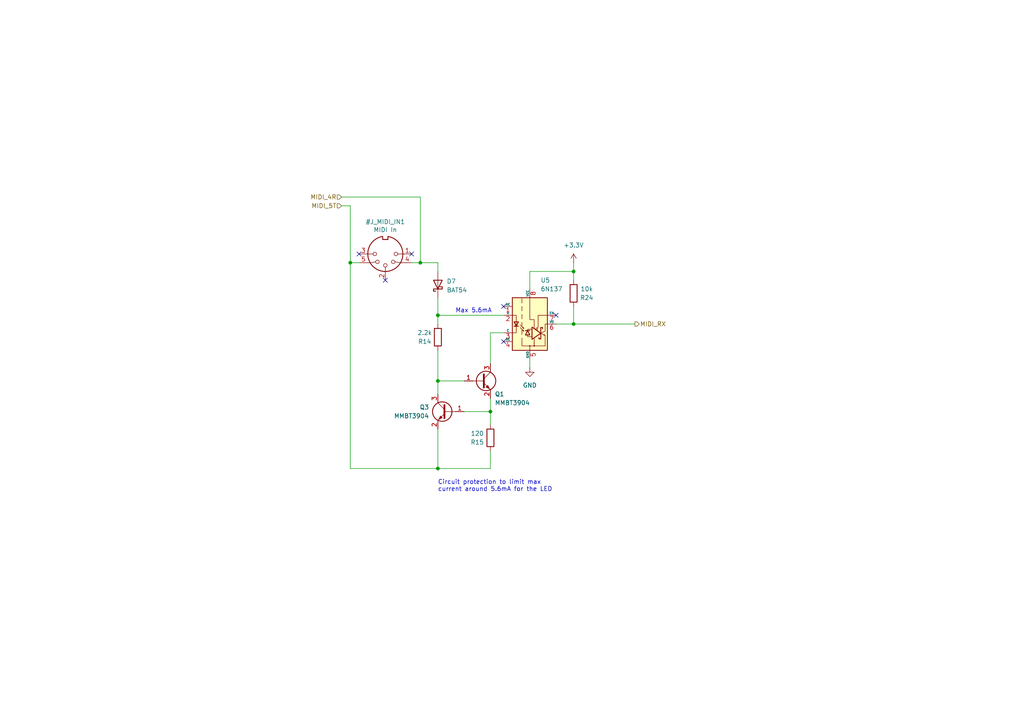
<source format=kicad_sch>
(kicad_sch (version 20250114) (generator "eeschema") (generator_version "9.0")
  (paper "A4")
  (lib_symbols
    (symbol "Connector:DIN-5_180degree" (pin_names (offset 1.016))
      (property "Reference" "J" (at 3.175 5.715 0))
      (property "Value" "DIN-5_180degree" (at 0 -6.35 0))
      (symbol "DIN-5_180degree_0_1"
        (polyline (pts (xy -5.08 2.54) (xy -4.318 2.54) (xy -2.794 2.286)))
        (polyline (pts (xy -5.08 0) (xy -3.556 0)))
        (circle (center -3.048 0) (radius 0.508))
        (circle (center -2.286 2.286) (radius 0.508))
        (polyline (pts (xy -0.762 -4.953) (xy -0.762 -4.191) (xy 0.762 -4.191) (xy 0.762 -4.953)) (stroke (width 0.254)))
        (arc (start 5.08 0) (mid 3.8673 -3.3444) (end 0.762 -5.08) (stroke (width 0.254)))
        (polyline (pts (xy 0 5.08) (xy 0 3.81)))
        (circle (center 0 3.302) (radius 0.508))
        (arc (start -5.08 0) (mid 0 5.0579) (end 5.08 0) (stroke (width 0.254)))
        (arc (start -0.762 -5.08) (mid -3.8597 -3.3379) (end -5.08 0) (stroke (width 0.254)))
        (circle (center 2.286 2.286) (radius 0.508))
        (circle (center 3.048 0) (radius 0.508))
        (polyline (pts (xy 5.08 2.54) (xy 4.318 2.54) (xy 2.794 2.286)))
        (polyline (pts (xy 5.08 0) (xy 3.556 0)))
      )
      (symbol "DIN-5_180degree_1_1"
        (pin passive line (at -7.62 2.54 0) (length 2.54) (name "~") (number "4"))
        (pin passive line (at -7.62 0 0) (length 2.54) (name "~") (number "1"))
        (pin passive line (at 0 7.62 270) (length 2.54) (name "~") (number "2"))
        (pin passive line (at 7.62 2.54 180) (length 2.54) (name "~") (number "5"))
        (pin passive line (at 7.62 0 180) (length 2.54) (name "~") (number "3"))
      )
    )
    (symbol "Device:R" (pin_numbers (hide yes)) (pin_names (offset 0))
      (property "Reference" "R" (at 2.032 0 90))
      (property "Value" "R" (at 0 0 90))
      (symbol "R_0_1"
        (rectangle (start -1.016 -2.54) (end 1.016 2.54) (stroke (width 0.254)))
      )
      (symbol "R_1_1"
        (pin passive line (at 0 3.81 270) (length 1.27) (name "~") (number "1"))
        (pin passive line (at 0 -3.81 90) (length 1.27) (name "~") (number "2"))
      )
    )
    (symbol "Diode:BAT54J" (pin_numbers (hide yes)) (pin_names (offset 1.016) (hide yes))
      (property "Reference" "D" (at 0 2.54 0))
      (property "Value" "BAT54J" (at 0 -2.54 0))
      (symbol "BAT54J_0_1"
        (polyline (pts (xy -1.905 0.635) (xy -1.905 1.27) (xy -1.27 1.27) (xy -1.27 -1.27) (xy -0.635 -1.27) (xy -0.635 -0.635)) (stroke (width 0.254)))
        (polyline (pts (xy 1.27 1.27) (xy 1.27 -1.27) (xy -1.27 0) (xy 1.27 1.27)) (stroke (width 0.254)))
        (polyline (pts (xy 1.27 0) (xy -1.27 0)))
      )
      (symbol "BAT54J_1_1"
        (pin passive line (at -3.81 0 0) (length 2.54) (name "K") (number "1"))
        (pin passive line (at 3.81 0 180) (length 2.54) (name "A") (number "2"))
      )
    )
    (symbol "Isolator:6N137" (pin_names (offset 0))
      (property "Reference" "U" (at -4.064 8.89 0))
      (property "Value" "6N137" (at 0 -8.89 0))
      (symbol "6N137_0_1"
        (polyline (pts (xy -5.08 -2.54) (xy -3.937 -2.54) (xy -3.937 2.54) (xy -5.08 2.54)))
        (polyline (pts (xy -2.794 -0.254) (xy -1.717 -1.331) (xy -2.076 -1.152) (xy -1.896 -0.972) (xy -1.717 -1.331)))
        (polyline (pts (xy -2.794 -1.016) (xy -1.717 -2.093) (xy -2.076 -1.914) (xy -1.896 -1.734) (xy -1.717 -2.093)))
        (polyline (pts (xy 0 -6.35) (xy -2.286 -6.35) (xy -2.286 -4.064)))
        (polyline (pts (xy 1.27 -5.08) (xy 1.27 -6.35) (xy 0 -6.35) (xy 0 -7.62)))
        (polyline (pts (xy 3.175 -2.667) (xy 0.635 -4.445) (xy 0.635 -0.889) (xy 3.175 -2.667)) (stroke (width 0.254)))
      )
      (symbol "6N137_1_1"
        (rectangle (start -5.08 7.62) (end 5.08 -7.62) (stroke (width 0.254)) (fill (type background)))
        (polyline (pts (xy -4.572 -0.635) (xy -3.302 -0.635)) (stroke (width 0.254)))
        (polyline (pts (xy -3.937 -0.635) (xy -4.572 0.635) (xy -3.302 0.635) (xy -3.937 -0.635)) (stroke (width 0.254)))
        (polyline (pts (xy -2.286 7.366) (xy -2.286 6.096)))
        (polyline (pts (xy -2.286 5.08) (xy -2.286 3.81)))
        (polyline (pts (xy -2.286 2.794) (xy -2.286 1.524)))
        (polyline (pts (xy -2.286 0.508) (xy -2.286 -0.762)))
        (polyline (pts (xy -2.286 -1.778) (xy -2.286 -3.048)))
        (polyline (pts (xy -1.27 -1.905) (xy 0 -1.905)) (stroke (width 0.254)))
        (polyline (pts (xy -0.635 -1.905) (xy -0.635 -1.524) (xy 0.508 -1.524)))
        (polyline (pts (xy -0.635 -1.905) (xy -1.27 -3.175) (xy 0 -3.175) (xy -0.635 -1.905)) (stroke (width 0.254)))
        (polyline (pts (xy -0.635 -3.302) (xy -0.635 -3.683) (xy 0.635 -3.683)))
        (circle (center 0 -6.35) (radius 0.127) (fill (type outline)))
        (polyline (pts (xy 1.27 -1.27) (xy 1.27 1.27) (xy 0 1.27) (xy 0 7.62)))
        (polyline (pts (xy 1.27 -4.064) (xy 1.27 -6.35) (xy 4.445 -6.35)))
        (circle (center 1.27 -6.35) (radius 0.127) (fill (type outline)))
        (circle (center 2.032 -1.397) (radius 0.254))
        (polyline (pts (xy 2.1844 -1.1684) (xy 2.413 -0.889) (xy 2.413 2.54) (xy 5.08 2.54)))
        (polyline (pts (xy 3.175 -2.667) (xy 4.445 -3.302) (xy 4.445 -6.35)))
        (polyline (pts (xy 3.175 -2.667) (xy 3.175 -1.016) (xy 3.683 -1.016) (xy 3.683 -1.397)) (stroke (width 0.254)))
        (polyline (pts (xy 3.175 -2.667) (xy 3.175 -4.318) (xy 2.667 -4.318) (xy 2.667 -3.937)) (stroke (width 0.254)))
        (polyline (pts (xy 3.175 -2.667) (xy 4.445 -2.032) (xy 4.445 0) (xy 5.08 0)))
        (polyline (pts (xy 4.445 -3.302) (xy 4.161 -3.018) (xy 4.047 -3.246) (xy 4.445 -3.302)) (stroke (width 0.127)) (fill (type outline)))
        (pin passive line (at -7.62 5.08 0) (length 2.54) (name "NC") (number "1"))
        (pin passive line (at -7.62 2.54 0) (length 2.54) (name "A") (number "2"))
        (pin passive line (at -7.62 -2.54 0) (length 2.54) (name "C") (number "3"))
        (pin passive line (at -7.62 -5.08 0) (length 2.54) (name "NC") (number "4"))
        (pin power_in line (at 0 10.16 270) (length 2.54) (name "VCC") (number "8"))
        (pin power_in line (at 0 -10.16 90) (length 2.54) (name "GND") (number "5"))
        (pin input line (at 7.62 2.54 180) (length 2.54) (name "EN") (number "7"))
        (pin open_collector line (at 7.62 0 180) (length 2.54) (name "VO") (number "6"))
      )
    )
    (symbol "Transistor_BJT:MMBT3904" (pin_names (offset 0) (hide yes))
      (property "Reference" "Q" (at 5.08 1.905 0))
      (property "Value" "MMBT3904" (at 5.08 0 0))
      (symbol "MMBT3904_0_1"
        (polyline (pts (xy -2.54 0) (xy 0.635 0)))
        (polyline (pts (xy 0.635 1.905) (xy 0.635 -1.905)) (stroke (width 0.508)))
        (circle (center 1.27 0) (radius 2.8194) (stroke (width 0.254)))
      )
      (symbol "MMBT3904_1_1"
        (polyline (pts (xy 0.635 0.635) (xy 2.54 2.54)))
        (polyline (pts (xy 0.635 -0.635) (xy 2.54 -2.54)))
        (polyline (pts (xy 1.27 -1.778) (xy 1.778 -1.27) (xy 2.286 -2.286) (xy 1.27 -1.778)) (fill (type outline)))
        (pin input line (at -5.08 0 0) (length 2.54) (name "B") (number "1"))
        (pin passive line (at 2.54 5.08 270) (length 2.54) (name "C") (number "3"))
        (pin passive line (at 2.54 -5.08 90) (length 2.54) (name "E") (number "2"))
      )
    )
    (symbol "power:+3.3V" (power) (pin_numbers (hide yes)) (pin_names (offset 0) (hide yes))
      (property "Value" "+3.3V" (at 0 3.556 0))
      (symbol "+3.3V_0_1"
        (polyline (pts (xy -0.762 1.27) (xy 0 2.54)))
        (polyline (pts (xy 0 2.54) (xy 0.762 1.27)))
        (polyline (pts (xy 0 0) (xy 0 2.54)))
      )
      (symbol "+3.3V_1_1"
        (pin power_in line (at 0 0 90) (length 0) (name "~") (number "1"))
      )
    )
    (symbol "power:GND" (power) (pin_numbers (hide yes)) (pin_names (offset 0) (hide yes))
      (property "Value" "GND" (at 0 -3.81 0))
      (symbol "GND_0_1"
        (polyline (pts (xy 0 0) (xy 0 -1.27) (xy 1.27 -1.27) (xy 0 -2.54) (xy -1.27 -1.27) (xy 0 -1.27)))
      )
      (symbol "GND_1_1"
        (pin power_in line (at 0 0 270) (length 0) (name "~") (number "1"))
      )
    )
  )
  (text "Max 5.6mA" (at 132.08 90.17 0) (effects (font (size 1.27 1.27)) (justify left)))
  (text "Circuit protection to limit max \ncurrent around 5.6mA for the LED" (at 127 140.97 0) (effects (font (size 1.27 1.27)) (justify left)))
  (junction (at 166.37 93.98))
  (junction (at 166.37 78.74))
  (junction (at 101.6 76.2))
  (junction (at 121.92 76.2))
  (junction (at 127 91.44))
  (junction (at 127 110.49))
  (junction (at 127 135.89))
  (junction (at 142.24 119.38))
  (no_connect (at 146.05 88.9))
  (no_connect (at 119.38 73.66))
  (no_connect (at 104.14 73.66))
  (no_connect (at 146.05 99.06))
  (no_connect (at 111.76 81.28))
  (no_connect (at 161.29 91.44))
  (wire (pts (xy 142.24 119.38) (xy 142.24 115.57)))
  (wire (pts (xy 121.92 57.15) (xy 121.92 76.2)))
  (wire (pts (xy 146.05 96.52) (xy 142.24 96.52)))
  (wire (pts (xy 99.06 57.15) (xy 121.92 57.15)))
  (wire (pts (xy 101.6 76.2) (xy 104.14 76.2)))
  (wire (pts (xy 119.38 76.2) (xy 121.92 76.2)))
  (wire (pts (xy 101.6 59.69) (xy 101.6 76.2)))
  (wire (pts (xy 127 110.49) (xy 127 114.3)))
  (wire (pts (xy 101.6 59.69) (xy 99.06 59.69)))
  (wire (pts (xy 142.24 119.38) (xy 142.24 123.19)))
  (wire (pts (xy 153.67 106.68) (xy 153.67 104.14)))
  (wire (pts (xy 134.62 119.38) (xy 142.24 119.38)))
  (wire (pts (xy 127 91.44) (xy 127 93.98)))
  (wire (pts (xy 127 135.89) (xy 142.24 135.89)))
  (wire (pts (xy 166.37 93.98) (xy 184.15 93.98)))
  (wire (pts (xy 101.6 76.2) (xy 101.6 135.89)))
  (wire (pts (xy 161.29 93.98) (xy 166.37 93.98)))
  (wire (pts (xy 153.67 78.74) (xy 153.67 83.82)))
  (wire (pts (xy 166.37 76.2) (xy 166.37 78.74)))
  (wire (pts (xy 127 124.46) (xy 127 135.89)))
  (wire (pts (xy 166.37 78.74) (xy 166.37 81.28)))
  (wire (pts (xy 166.37 78.74) (xy 153.67 78.74)))
  (wire (pts (xy 127 91.44) (xy 127 86.36)))
  (wire (pts (xy 121.92 76.2) (xy 127 76.2)))
  (wire (pts (xy 127 101.6) (xy 127 110.49)))
  (wire (pts (xy 101.6 135.89) (xy 127 135.89)))
  (wire (pts (xy 127 76.2) (xy 127 78.74)))
  (wire (pts (xy 142.24 96.52) (xy 142.24 105.41)))
  (wire (pts (xy 127 110.49) (xy 134.62 110.49)))
  (wire (pts (xy 166.37 88.9) (xy 166.37 93.98)))
  (wire (pts (xy 146.05 91.44) (xy 127 91.44)))
  (wire (pts (xy 142.24 135.89) (xy 142.24 130.81)))
  (hierarchical_label "MIDI_RX" (shape output) (at 184.15 93.98 0))
  (hierarchical_label "MIDI_4R" (shape input) (at 99.06 57.15 180))
  (hierarchical_label "MIDI_5T" (shape input) (at 99.06 59.69 180))
  (symbol (lib_id "power:+3.3V") (at 166.37 76.2 0) (unit 1)
    (property "Reference" "#PWR037" (effects (hide yes)))
    (property "Value" "+3.3V" (at 166.37 71.12 0))
    (property "Description" "Power symbol creates a global label with name \"+3.3V\"" (effects (hide yes)))
  )
  (symbol (lib_id "Transistor_BJT:MMBT3904") (at 129.54 119.38 0) (mirror y) (unit 1)
    (property "Reference" "Q3" (at 124.46 118.1099 0) (effects (justify left)))
    (property "Value" "MMBT3904" (at 124.46 120.6499 0) (effects (justify left)))
    (property "Footprint" "Package_TO_SOT_SMD:SOT-23" (effects (hide yes)))
    (property "Datasheet" "https://jlcpcb.com/api/file/downloadByFileSystemAccessId/8552894390268936192" (effects (hide yes)))
    (property "Description" "0.2A Ic, 40V Vce, Small Signal NPN Transistor, SOT-23" (effects (hide yes)))
    (property "Vendor" "JLCPCB" (effects (hide yes)))
    (property "LCSC" "C20526" (effects (hide yes)))
  )
  (symbol (lib_id "Device:R") (at 142.24 127 0) (mirror x) (unit 1)
    (property "Reference" "R15" (at 138.43 128.27 0))
    (property "Value" "120" (at 138.43 125.73 0))
    (property "Footprint" "Resistor_SMD:R_0603_1608Metric" (effects (hide yes)))
    (property "Vendor" "JLCPCB" (effects (hide yes)))
  )
  (symbol (lib_id "Device:R") (at 166.37 85.09 180) (unit 1)
    (property "Reference" "R24" (at 170.18 86.36 0))
    (property "Value" "10k" (at 170.18 83.82 0))
    (property "Footprint" "Resistor_SMD:R_0603_1608Metric" (effects (hide yes)))
    (property "Vendor" "JLCPCB" (effects (hide yes)))
  )
  (symbol (lib_id "Diode:BAT54J") (at 127 82.55 90) (unit 1)
    (property "Reference" "D7" (at 129.54 81.5974 90) (effects (justify right)))
    (property "Value" "BAT54" (at 129.54 84.1374 90) (effects (justify right)))
    (property "Footprint" "Package_TO_SOT_SMD:SOT-23" (effects (hide yes)))
    (property "Description" "30V 200mA Schottky diode, SOT-23" (effects (hide yes)))
    (property "Vendor" "JLCPCB" (effects (hide yes)))
    (property "LCSC" "C22466368" (effects (hide yes)))
  )
  (symbol (lib_id "Isolator:6N137") (at 153.67 93.98 0) (unit 1)
    (property "Reference" "U5" (at 156.7881 81.28 0) (effects (justify left)))
    (property "Value" "6N137" (at 156.7881 83.82 0) (effects (justify left)))
    (property "Footprint" "Package_DIP:DIP-8_W7.62mm" (effects (hide yes)))
    (property "Datasheet" "https://docs.broadcom.com/docs/AV02-0940EN" (effects (hide yes)))
    (property "Description" "Single High Speed LSTTL/TTL Compatible Optocoupler with enable, dV/dt 1000/us, VCM 10, max 7V VCC, DIP-8" (effects (hide yes)))
  )
  (symbol (lib_id "Transistor_BJT:MMBT3904") (at 139.7 110.49 0) (unit 1)
    (property "Reference" "Q1" (at 143.51 114.3 0) (effects (justify left)))
    (property "Value" "MMBT3904" (at 143.51 116.84 0) (effects (justify left)))
    (property "Footprint" "Package_TO_SOT_SMD:SOT-23" (effects (hide yes)))
    (property "Datasheet" "https://jlcpcb.com/api/file/downloadByFileSystemAccessId/8552894390268936192" (effects (hide yes)))
    (property "Description" "0.2A Ic, 40V Vce, Small Signal NPN Transistor, SOT-23" (effects (hide yes)))
    (property "Vendor" "JLCPCB" (effects (hide yes)))
    (property "LCSC" "C20526" (effects (hide yes)))
  )
  (symbol (lib_id "Device:R") (at 127 97.79 0) (mirror x) (unit 1)
    (property "Reference" "R14" (at 123.19 99.06 0))
    (property "Value" "2.2k" (at 123.19 96.52 0))
    (property "Footprint" "Resistor_SMD:R_0603_1608Metric" (effects (hide yes)))
    (property "Vendor" "JLCPCB" (effects (hide yes)))
  )
  (symbol (lib_id "Connector:DIN-5_180degree") (at 111.76 73.66 180) (unit 1)
    (property "Reference" "#J_MIDI_IN1" (at 111.76 64.3382 0))
    (property "Value" "MIDI In" (at 111.76 66.6496 0))
    (property "Datasheet" "http://www.mouser.com/ds/2/18/40_c091_abd_e-75918.pdf" (effects (hide yes)))
  )
  (symbol (lib_id "power:GND") (at 153.67 106.68 0) (unit 1)
    (property "Reference" "#PWR029" (effects (hide yes)))
    (property "Value" "GND" (at 153.67 111.76 0))
    (property "Description" "Power symbol creates a global label with name \"GND\" , ground" (effects (hide yes)))
  )
)
</source>
